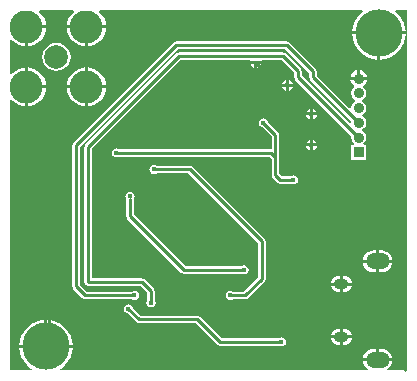
<source format=gbl>
G04 Layer_Physical_Order=2*
G04 Layer_Color=16711680*
%FSLAX25Y25*%
%MOIN*%
G70*
G01*
G75*
%ADD26C,0.01000*%
%ADD27C,0.15748*%
%ADD28C,0.07874*%
%ADD29C,0.11024*%
%ADD30C,0.03543*%
%ADD31R,0.03543X0.03543*%
%ADD32O,0.04921X0.03347*%
%ADD33O,0.07874X0.05217*%
%ADD34C,0.01575*%
G36*
X282500Y345000D02*
X282000Y344500D01*
X281500Y345000D01*
X275912D01*
X275778Y345500D01*
X276416Y345990D01*
X276994Y346743D01*
X277358Y347621D01*
X277416Y348063D01*
X272514D01*
Y348563D01*
D01*
Y348063D01*
X267612D01*
X267670Y347621D01*
X268033Y346743D01*
X268612Y345990D01*
X269250Y345500D01*
X269115Y345000D01*
X166887D01*
X166765Y345485D01*
X166954Y345586D01*
X168305Y346695D01*
X169414Y348046D01*
X170238Y349588D01*
X170746Y351260D01*
X170868Y352500D01*
X153132D01*
X153254Y351260D01*
X153762Y349588D01*
X154586Y348046D01*
X155695Y346695D01*
X157046Y345586D01*
X157235Y345485D01*
X157113Y345000D01*
X150000D01*
Y435149D01*
X150500Y435328D01*
X150873Y434873D01*
X151865Y434059D01*
X152996Y433455D01*
X154223Y433082D01*
X155000Y433006D01*
Y439500D01*
Y445994D01*
X154223Y445918D01*
X152996Y445545D01*
X151865Y444941D01*
X150873Y444127D01*
X150500Y443672D01*
X150000Y443851D01*
Y455149D01*
X150500Y455328D01*
X150873Y454873D01*
X151865Y454060D01*
X152996Y453455D01*
X154223Y453083D01*
X155000Y453006D01*
Y459500D01*
X155500D01*
Y460000D01*
X161994D01*
X161918Y460777D01*
X161545Y462004D01*
X160941Y463135D01*
X160127Y464127D01*
X159672Y464500D01*
X159851Y465000D01*
X171149D01*
X171328Y464500D01*
X170873Y464127D01*
X170059Y463135D01*
X169455Y462004D01*
X169082Y460777D01*
X169006Y460000D01*
X175500D01*
X181994D01*
X181918Y460777D01*
X181545Y462004D01*
X180940Y463135D01*
X180127Y464127D01*
X179672Y464500D01*
X179851Y465000D01*
X267362D01*
X267541Y464500D01*
X266695Y463805D01*
X265586Y462454D01*
X264762Y460912D01*
X264254Y459240D01*
X264132Y458000D01*
X281868D01*
X281746Y459240D01*
X281238Y460912D01*
X280414Y462454D01*
X279305Y463805D01*
X278459Y464500D01*
X278638Y465000D01*
X282500D01*
Y345000D01*
D02*
G37*
%LPC*%
G36*
X175000Y459000D02*
X169006D01*
X169082Y458223D01*
X169455Y456996D01*
X170059Y455865D01*
X170873Y454873D01*
X171865Y454060D01*
X172996Y453455D01*
X174223Y453083D01*
X175000Y453006D01*
Y459000D01*
D02*
G37*
G36*
X181994D02*
X176000D01*
Y453006D01*
X176777Y453083D01*
X178004Y453455D01*
X179135Y454060D01*
X180127Y454873D01*
X180940Y455865D01*
X181545Y456996D01*
X181918Y458223D01*
X181994Y459000D01*
D02*
G37*
G36*
X161994D02*
X156000D01*
Y453006D01*
X156776Y453083D01*
X158004Y453455D01*
X159135Y454060D01*
X160127Y454873D01*
X160941Y455865D01*
X161545Y456996D01*
X161918Y458223D01*
X161994Y459000D01*
D02*
G37*
G36*
X281868Y457000D02*
X273500D01*
Y448632D01*
X274740Y448754D01*
X276412Y449262D01*
X277954Y450086D01*
X279305Y451195D01*
X280414Y452546D01*
X281238Y454088D01*
X281746Y455760D01*
X281868Y457000D01*
D02*
G37*
G36*
X272500D02*
X264132D01*
X264254Y455760D01*
X264762Y454088D01*
X265586Y452546D01*
X266695Y451195D01*
X268046Y450086D01*
X269588Y449262D01*
X271260Y448754D01*
X272500Y448632D01*
Y457000D01*
D02*
G37*
G36*
X233723Y447000D02*
X232500D01*
Y445777D01*
X232697Y445816D01*
X233289Y446211D01*
X233684Y446803D01*
X233723Y447000D01*
D02*
G37*
G36*
X231500D02*
X230277D01*
X230316Y446803D01*
X230711Y446211D01*
X231303Y445816D01*
X231500Y445777D01*
Y447000D01*
D02*
G37*
G36*
X165500Y454177D02*
X164289Y454018D01*
X163161Y453550D01*
X162193Y452807D01*
X161450Y451839D01*
X160982Y450711D01*
X160823Y449500D01*
X160982Y448290D01*
X161450Y447161D01*
X162193Y446193D01*
X163161Y445450D01*
X164289Y444982D01*
X165500Y444823D01*
X166710Y444982D01*
X167839Y445450D01*
X168807Y446193D01*
X169550Y447161D01*
X170018Y448290D01*
X170177Y449500D01*
X170018Y450711D01*
X169550Y451839D01*
X168807Y452807D01*
X167839Y453550D01*
X166710Y454018D01*
X165500Y454177D01*
D02*
G37*
G36*
X266717Y445033D02*
Y442803D01*
X268946D01*
X268917Y443027D01*
X268638Y443701D01*
X268193Y444280D01*
X267614Y444724D01*
X266940Y445004D01*
X266717Y445033D01*
D02*
G37*
G36*
X265717D02*
X265493Y445004D01*
X264819Y444724D01*
X264240Y444280D01*
X263796Y443701D01*
X263516Y443027D01*
X263487Y442803D01*
X265717D01*
Y445033D01*
D02*
G37*
G36*
X243000Y441723D02*
Y440500D01*
X244223D01*
X244184Y440697D01*
X243789Y441289D01*
X243197Y441684D01*
X243000Y441723D01*
D02*
G37*
G36*
X242000D02*
X241803Y441684D01*
X241211Y441289D01*
X240816Y440697D01*
X240777Y440500D01*
X242000D01*
Y441723D01*
D02*
G37*
G36*
X156000Y445994D02*
Y440000D01*
X161994D01*
X161918Y440777D01*
X161545Y442004D01*
X160941Y443135D01*
X160127Y444127D01*
X159135Y444941D01*
X158004Y445545D01*
X156776Y445918D01*
X156000Y445994D01*
D02*
G37*
G36*
X176000D02*
Y440000D01*
X181994D01*
X181918Y440777D01*
X181545Y442004D01*
X180940Y443135D01*
X180127Y444127D01*
X179135Y444941D01*
X178004Y445545D01*
X176777Y445918D01*
X176000Y445994D01*
D02*
G37*
G36*
X175000Y445994D02*
X174223Y445918D01*
X172996Y445545D01*
X171865Y444941D01*
X170873Y444127D01*
X170059Y443135D01*
X169455Y442004D01*
X169082Y440777D01*
X169006Y440000D01*
X175000D01*
Y445994D01*
D02*
G37*
G36*
X244223Y439500D02*
X243000D01*
Y438277D01*
X243197Y438316D01*
X243789Y438711D01*
X244184Y439303D01*
X244223Y439500D01*
D02*
G37*
G36*
X242000D02*
X240777D01*
X240816Y439303D01*
X241211Y438711D01*
X241803Y438316D01*
X242000Y438277D01*
Y439500D01*
D02*
G37*
G36*
X175000Y439000D02*
X169006D01*
X169082Y438224D01*
X169455Y436996D01*
X170059Y435865D01*
X170873Y434873D01*
X171865Y434059D01*
X172996Y433455D01*
X174223Y433082D01*
X175000Y433006D01*
Y439000D01*
D02*
G37*
G36*
X181994D02*
X176000D01*
Y433006D01*
X176777Y433082D01*
X178004Y433455D01*
X179135Y434059D01*
X180127Y434873D01*
X180940Y435865D01*
X181545Y436996D01*
X181918Y438224D01*
X181994Y439000D01*
D02*
G37*
G36*
X161994D02*
X156000D01*
Y433006D01*
X156776Y433082D01*
X158004Y433455D01*
X159135Y434059D01*
X160127Y434873D01*
X160941Y435865D01*
X161545Y436996D01*
X161918Y438224D01*
X161994Y439000D01*
D02*
G37*
G36*
X251000Y432223D02*
Y431000D01*
X252223D01*
X252184Y431197D01*
X251789Y431789D01*
X251197Y432184D01*
X251000Y432223D01*
D02*
G37*
G36*
X250000D02*
X249803Y432184D01*
X249211Y431789D01*
X248816Y431197D01*
X248777Y431000D01*
X250000D01*
Y432223D01*
D02*
G37*
G36*
X252223Y430000D02*
X251000D01*
Y428777D01*
X251197Y428816D01*
X251789Y429211D01*
X252184Y429803D01*
X252223Y430000D01*
D02*
G37*
G36*
X250000D02*
X248777D01*
X248816Y429803D01*
X249211Y429211D01*
X249803Y428816D01*
X250000Y428777D01*
Y430000D01*
D02*
G37*
G36*
X242256Y454724D02*
X205500D01*
X205032Y454630D01*
X204635Y454365D01*
X171135Y420865D01*
X170870Y420468D01*
X170776Y420000D01*
Y373000D01*
X170870Y372532D01*
X171135Y372135D01*
X174135Y369135D01*
X174532Y368870D01*
X175000Y368776D01*
X190654D01*
X190920Y368599D01*
X191500Y368483D01*
X192080Y368599D01*
X192572Y368928D01*
X192901Y369420D01*
X193017Y370000D01*
X192901Y370580D01*
X192572Y371072D01*
X192080Y371401D01*
X191500Y371516D01*
X190920Y371401D01*
X190654Y371223D01*
X175507D01*
X173223Y373507D01*
Y419493D01*
X206007Y452277D01*
X241749D01*
X249777Y444249D01*
Y442756D01*
X249870Y442288D01*
X250135Y441891D01*
X263828Y428198D01*
X263703Y427570D01*
X263477Y427422D01*
X263259Y427306D01*
X247223Y443342D01*
Y444835D01*
X247130Y445303D01*
X246865Y445700D01*
X241865Y450700D01*
X241468Y450965D01*
X241000Y451058D01*
X206335D01*
X205867Y450965D01*
X205470Y450700D01*
X175135Y420365D01*
X174870Y419968D01*
X174776Y419500D01*
Y374500D01*
X174870Y374032D01*
X175135Y373635D01*
X175532Y373370D01*
X176000Y373276D01*
X193493D01*
X195776Y370993D01*
Y368346D01*
X195599Y368080D01*
X195484Y367500D01*
X195599Y366920D01*
X195928Y366428D01*
X196420Y366099D01*
X197000Y365984D01*
X197580Y366099D01*
X198072Y366428D01*
X198401Y366920D01*
X198516Y367500D01*
X198401Y368080D01*
X198223Y368346D01*
Y371500D01*
X198130Y371968D01*
X197865Y372365D01*
X194865Y375365D01*
X194468Y375630D01*
X194000Y375724D01*
X177224D01*
Y418993D01*
X206842Y448611D01*
X230037D01*
X230299Y448111D01*
X230277Y448000D01*
X233723D01*
X233701Y448111D01*
X233963Y448611D01*
X240493D01*
X244777Y444328D01*
Y442835D01*
X244870Y442367D01*
X245135Y441970D01*
X263828Y423277D01*
X263697Y422618D01*
X263888Y421654D01*
X264435Y420836D01*
X264686Y420669D01*
X264534Y420168D01*
X263745D01*
Y415225D01*
X268688D01*
Y420168D01*
X267899D01*
X267747Y420669D01*
X267999Y420836D01*
X268545Y421654D01*
X268737Y422618D01*
X268545Y423583D01*
X267999Y424400D01*
X267419Y424788D01*
Y425370D01*
X267999Y425757D01*
X268545Y426575D01*
X268737Y427539D01*
X268545Y428504D01*
X267999Y429321D01*
X267419Y429709D01*
Y430291D01*
X267999Y430679D01*
X268545Y431496D01*
X268737Y432461D01*
X268545Y433425D01*
X267999Y434243D01*
X267419Y434630D01*
Y435213D01*
X267999Y435600D01*
X268545Y436417D01*
X268737Y437382D01*
X268545Y438346D01*
X267999Y439164D01*
X267632Y439409D01*
X267712Y439957D01*
X268193Y440326D01*
X268638Y440905D01*
X268917Y441580D01*
X268946Y441803D01*
X266217D01*
X263487D01*
X263516Y441580D01*
X263796Y440905D01*
X264240Y440326D01*
X264721Y439957D01*
X264801Y439409D01*
X264435Y439164D01*
X263888Y438346D01*
X263697Y437382D01*
X263888Y436417D01*
X264435Y435600D01*
X265014Y435213D01*
Y434630D01*
X264435Y434243D01*
X263888Y433425D01*
X263703Y432491D01*
X263477Y432343D01*
X263259Y432227D01*
X252223Y443263D01*
Y444756D01*
X252130Y445224D01*
X251865Y445621D01*
X243121Y454365D01*
X242724Y454630D01*
X242256Y454724D01*
D02*
G37*
G36*
X251000Y421963D02*
Y420740D01*
X252223D01*
X252184Y420938D01*
X251789Y421529D01*
X251197Y421924D01*
X251000Y421963D01*
D02*
G37*
G36*
X250000D02*
X249803Y421924D01*
X249211Y421529D01*
X248816Y420938D01*
X248777Y420740D01*
X250000D01*
Y421963D01*
D02*
G37*
G36*
X234500Y429016D02*
X233920Y428901D01*
X233428Y428572D01*
X233099Y428080D01*
X232983Y427500D01*
X233099Y426920D01*
X233428Y426428D01*
X233920Y426099D01*
X234233Y426037D01*
X237277Y422993D01*
Y418950D01*
X237000Y418723D01*
X186346D01*
X186080Y418901D01*
X185500Y419017D01*
X184920Y418901D01*
X184428Y418572D01*
X184099Y418080D01*
X183984Y417500D01*
X184099Y416920D01*
X184428Y416428D01*
X184920Y416099D01*
X185500Y415983D01*
X186080Y416099D01*
X186346Y416277D01*
X236493D01*
X237277Y415493D01*
Y410000D01*
X237370Y409532D01*
X237635Y409135D01*
X239135Y407635D01*
X239532Y407370D01*
X240000Y407276D01*
X243654D01*
X243920Y407099D01*
X244500Y406984D01*
X245080Y407099D01*
X245572Y407428D01*
X245901Y407920D01*
X246017Y408500D01*
X245901Y409080D01*
X245572Y409572D01*
X245080Y409901D01*
X244500Y410016D01*
X243920Y409901D01*
X243654Y409724D01*
X240507D01*
X239723Y410507D01*
Y416000D01*
Y423500D01*
X239630Y423968D01*
X239365Y424365D01*
X235964Y427767D01*
X235901Y428080D01*
X235572Y428572D01*
X235080Y428901D01*
X234500Y429016D01*
D02*
G37*
G36*
X252223Y419740D02*
X251000D01*
Y418517D01*
X251197Y418556D01*
X251789Y418952D01*
X252184Y419543D01*
X252223Y419740D01*
D02*
G37*
G36*
X250000D02*
X248777D01*
X248816Y419543D01*
X249211Y418952D01*
X249803Y418556D01*
X250000Y418517D01*
Y419740D01*
D02*
G37*
G36*
X273843Y385076D02*
X273014D01*
Y381937D01*
X277416D01*
X277358Y382379D01*
X276994Y383257D01*
X276416Y384010D01*
X275662Y384589D01*
X274784Y384952D01*
X273843Y385076D01*
D02*
G37*
G36*
X272014D02*
X271185D01*
X270243Y384952D01*
X269365Y384589D01*
X268612Y384010D01*
X268033Y383257D01*
X267670Y382379D01*
X267612Y381937D01*
X272014D01*
Y385076D01*
D02*
G37*
G36*
X277416Y380937D02*
X273014D01*
Y377798D01*
X273843D01*
X274784Y377922D01*
X275662Y378285D01*
X276416Y378864D01*
X276994Y379617D01*
X277358Y380495D01*
X277416Y380937D01*
D02*
G37*
G36*
X272014D02*
X267612D01*
X267670Y380495D01*
X268033Y379617D01*
X268612Y378864D01*
X269365Y378285D01*
X270243Y377922D01*
X271185Y377798D01*
X272014D01*
Y380937D01*
D02*
G37*
G36*
X190000Y404517D02*
X189420Y404401D01*
X188928Y404072D01*
X188599Y403580D01*
X188484Y403000D01*
X188599Y402420D01*
X188800Y402119D01*
X188777Y402000D01*
Y396500D01*
X188870Y396032D01*
X189135Y395635D01*
X207135Y377635D01*
X207532Y377370D01*
X208000Y377276D01*
X227154D01*
X227420Y377099D01*
X228000Y376983D01*
X228580Y377099D01*
X229072Y377428D01*
X229401Y377920D01*
X229517Y378500D01*
X229401Y379080D01*
X229072Y379572D01*
X228580Y379901D01*
X228000Y380016D01*
X227420Y379901D01*
X227154Y379724D01*
X208507D01*
X191224Y397007D01*
Y402000D01*
X191200Y402119D01*
X191401Y402420D01*
X191516Y403000D01*
X191401Y403580D01*
X191072Y404072D01*
X190580Y404401D01*
X190000Y404517D01*
D02*
G37*
G36*
X261274Y376456D02*
X260986D01*
Y374260D01*
X263904D01*
X263878Y374458D01*
X263609Y375108D01*
X263180Y375666D01*
X262622Y376095D01*
X261971Y376364D01*
X261274Y376456D01*
D02*
G37*
G36*
X259986D02*
X259699D01*
X259001Y376364D01*
X258351Y376095D01*
X257792Y375666D01*
X257364Y375108D01*
X257094Y374458D01*
X257068Y374260D01*
X259986D01*
Y376456D01*
D02*
G37*
G36*
X198000Y413517D02*
X197420Y413401D01*
X196928Y413072D01*
X196599Y412580D01*
X196484Y412000D01*
X196599Y411420D01*
X196928Y410928D01*
X197420Y410599D01*
X198000Y410484D01*
X198580Y410599D01*
X198846Y410777D01*
X209493D01*
X232776Y387493D01*
Y376007D01*
X227993Y371223D01*
X224346D01*
X224080Y371401D01*
X223500Y371516D01*
X222920Y371401D01*
X222428Y371072D01*
X222099Y370580D01*
X221984Y370000D01*
X222099Y369420D01*
X222428Y368928D01*
X222920Y368599D01*
X223500Y368483D01*
X224080Y368599D01*
X224346Y368776D01*
X228500D01*
X228968Y368870D01*
X229365Y369135D01*
X234865Y374635D01*
X235130Y375032D01*
X235224Y375500D01*
Y388000D01*
X235130Y388468D01*
X234865Y388865D01*
X210865Y412865D01*
X210468Y413130D01*
X210000Y413224D01*
X198846D01*
X198580Y413401D01*
X198000Y413517D01*
D02*
G37*
G36*
X263904Y373260D02*
X260986D01*
Y371063D01*
X261274D01*
X261971Y371155D01*
X262622Y371425D01*
X263180Y371853D01*
X263609Y372412D01*
X263878Y373062D01*
X263904Y373260D01*
D02*
G37*
G36*
X259986D02*
X257068D01*
X257094Y373062D01*
X257364Y372412D01*
X257792Y371853D01*
X258351Y371425D01*
X259001Y371155D01*
X259699Y371063D01*
X259986D01*
Y373260D01*
D02*
G37*
G36*
X261274Y358937D02*
X260986D01*
Y356740D01*
X263904D01*
X263878Y356938D01*
X263609Y357588D01*
X263180Y358147D01*
X262622Y358575D01*
X261971Y358845D01*
X261274Y358937D01*
D02*
G37*
G36*
X259986D02*
X259699D01*
X259001Y358845D01*
X258351Y358575D01*
X257792Y358147D01*
X257364Y357588D01*
X257094Y356938D01*
X257068Y356740D01*
X259986D01*
Y358937D01*
D02*
G37*
G36*
X263904Y355740D02*
X260986D01*
Y353544D01*
X261274D01*
X261971Y353636D01*
X262622Y353905D01*
X263180Y354334D01*
X263609Y354892D01*
X263878Y355542D01*
X263904Y355740D01*
D02*
G37*
G36*
X259986D02*
X257068D01*
X257094Y355542D01*
X257364Y354892D01*
X257792Y354334D01*
X258351Y353905D01*
X259001Y353636D01*
X259699Y353544D01*
X259986D01*
Y355740D01*
D02*
G37*
G36*
X162500Y361868D02*
Y353500D01*
X170868D01*
X170746Y354740D01*
X170238Y356412D01*
X169414Y357954D01*
X168305Y359305D01*
X166954Y360414D01*
X165412Y361238D01*
X163740Y361746D01*
X162500Y361868D01*
D02*
G37*
G36*
X161500D02*
X160260Y361746D01*
X158588Y361238D01*
X157046Y360414D01*
X155695Y359305D01*
X154586Y357954D01*
X153762Y356412D01*
X153254Y354740D01*
X153132Y353500D01*
X161500D01*
Y361868D01*
D02*
G37*
G36*
X189500Y367017D02*
X188920Y366901D01*
X188428Y366572D01*
X188099Y366080D01*
X187984Y365500D01*
X188099Y364920D01*
X188428Y364428D01*
X188920Y364099D01*
X189233Y364036D01*
X192135Y361135D01*
X192532Y360870D01*
X193000Y360776D01*
X211993D01*
X219135Y353635D01*
X219532Y353370D01*
X220000Y353276D01*
X239654D01*
X239920Y353099D01*
X240500Y352983D01*
X241080Y353099D01*
X241572Y353428D01*
X241901Y353920D01*
X242017Y354500D01*
X241901Y355080D01*
X241572Y355572D01*
X241080Y355901D01*
X240500Y356016D01*
X239920Y355901D01*
X239654Y355724D01*
X220507D01*
X213365Y362865D01*
X212968Y363130D01*
X212500Y363224D01*
X193507D01*
X190963Y365767D01*
X190901Y366080D01*
X190572Y366572D01*
X190080Y366901D01*
X189500Y367017D01*
D02*
G37*
G36*
X273843Y352202D02*
X273014D01*
Y349063D01*
X277416D01*
X277358Y349505D01*
X276994Y350383D01*
X276416Y351136D01*
X275662Y351715D01*
X274784Y352078D01*
X273843Y352202D01*
D02*
G37*
G36*
X272014D02*
X271185D01*
X270243Y352078D01*
X269365Y351715D01*
X268612Y351136D01*
X268033Y350383D01*
X267670Y349505D01*
X267612Y349063D01*
X272014D01*
Y352202D01*
D02*
G37*
%LPD*%
D26*
X239500Y440000D02*
X242500D01*
X232000Y447500D02*
X239500Y440000D01*
X240000Y408500D02*
X244500D01*
X238500Y410000D02*
X240000Y408500D01*
X234500Y427500D02*
X238500Y423500D01*
X260486Y373760D02*
Y376933D01*
X250500Y386919D02*
X260486Y376933D01*
X250500Y386919D02*
Y430500D01*
X197000Y367500D02*
Y371500D01*
X194000Y374500D02*
X197000Y371500D01*
X176000Y374500D02*
X194000D01*
X176000D02*
Y419500D01*
X206335Y449835D01*
X241000D01*
X175000Y370000D02*
X191500D01*
X172000Y373000D02*
X175000Y370000D01*
X172000Y373000D02*
Y420000D01*
X205500Y453500D01*
X242256D01*
X198000Y412000D02*
X210000D01*
X234000Y388000D01*
Y375500D02*
Y388000D01*
X228500Y370000D02*
X234000Y375500D01*
X223500Y370000D02*
X228500D01*
X190000Y396500D02*
Y402000D01*
Y396500D02*
X208000Y378500D01*
X228000D01*
X220000Y354500D02*
X240500D01*
X212500Y362000D02*
X220000Y354500D01*
X189500Y365500D02*
X193000Y362000D01*
X212500D01*
X251000Y442756D02*
X266217Y427539D01*
X251000Y442756D02*
Y444756D01*
X242256Y453500D02*
X251000Y444756D01*
X241000Y449835D02*
X246000Y444835D01*
Y442835D02*
Y444835D01*
Y442835D02*
X266217Y422618D01*
X185500Y417500D02*
X237000D01*
X238500Y416000D01*
Y410000D02*
Y416000D01*
Y423500D01*
X163000Y352700D02*
Y383500D01*
D27*
X273000Y457500D02*
D03*
X162000Y353000D02*
D03*
D28*
X165500Y449500D02*
D03*
D29*
X155500Y439500D02*
D03*
X175500D02*
D03*
Y459500D02*
D03*
X155500D02*
D03*
D30*
X266217Y442303D02*
D03*
Y422618D02*
D03*
Y427539D02*
D03*
Y432461D02*
D03*
Y437382D02*
D03*
D31*
Y417697D02*
D03*
D32*
X260486Y356240D02*
D03*
Y373760D02*
D03*
D33*
X272514Y381437D02*
D03*
Y348563D02*
D03*
D34*
X232000Y447500D02*
D03*
X242500Y440000D02*
D03*
X244500Y408500D02*
D03*
X234500Y427500D02*
D03*
X250500Y420240D02*
D03*
Y430500D02*
D03*
X197000Y367500D02*
D03*
X191500Y370000D02*
D03*
X198000Y412000D02*
D03*
X223500Y370000D02*
D03*
X190000Y403000D02*
D03*
X228000Y378500D02*
D03*
X240500Y354500D02*
D03*
X189500Y365500D02*
D03*
X185500Y417500D02*
D03*
M02*

</source>
